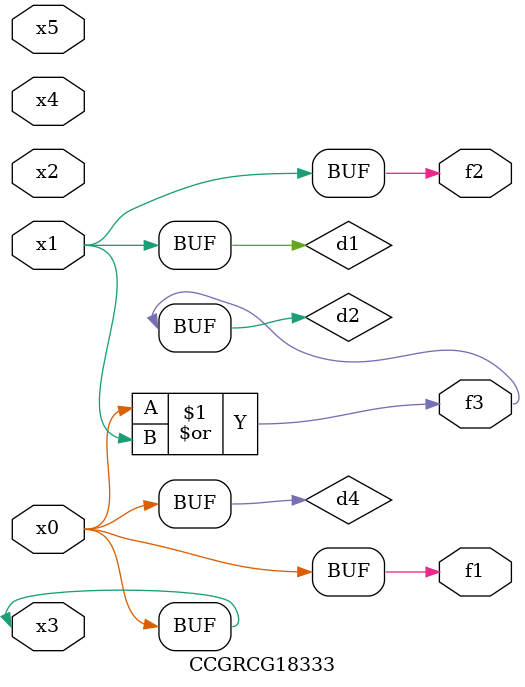
<source format=v>
module CCGRCG18333(
	input x0, x1, x2, x3, x4, x5,
	output f1, f2, f3
);

	wire d1, d2, d3, d4;

	and (d1, x1);
	or (d2, x0, x1);
	nand (d3, x0, x5);
	buf (d4, x0, x3);
	assign f1 = d4;
	assign f2 = d1;
	assign f3 = d2;
endmodule

</source>
